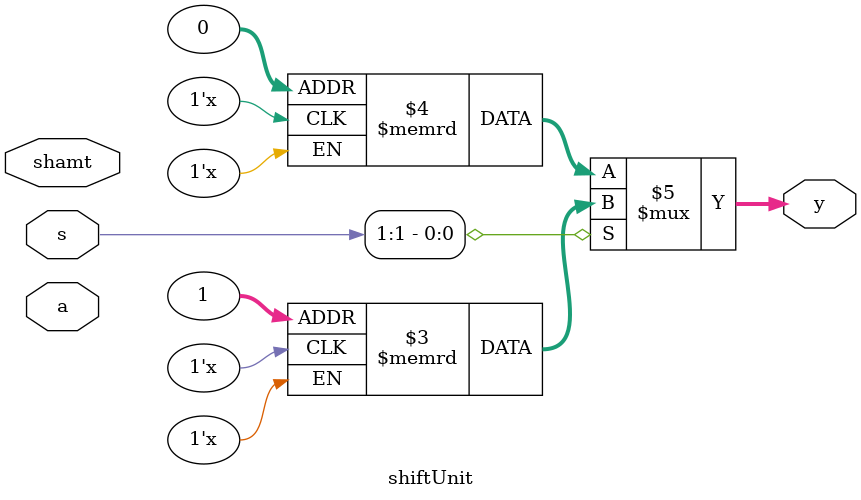
<source format=sv>
module shiftUnit(input logic[31:0] a, input logic[4:0] shamt, input logic[1:0] s, output logic[31:0] y);
  logic[31:0] o[1:0];
  logic l;
  v_left_shifter sll(a, shamt, o[0]);
  mux2 #(1) m(1'b0, a[31], s[0], l);
  v_right_shifter sr(a, shamt, l, o[1]);
  assign y = s[1]? o[1] : o[0];
endmodule

</source>
